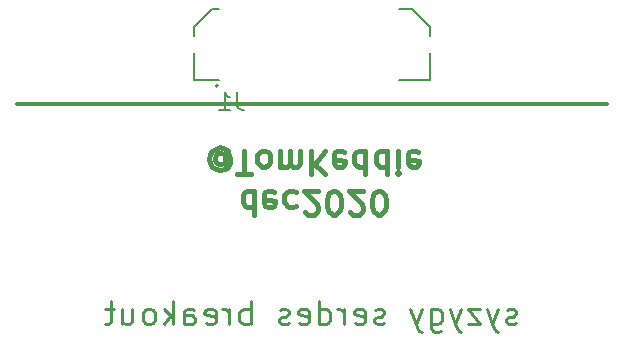
<source format=gbr>
%TF.GenerationSoftware,KiCad,Pcbnew,5.1.7-a382d34a8~88~ubuntu20.04.1*%
%TF.CreationDate,2020-12-12T08:47:46-08:00*%
%TF.ProjectId,syzygy-serdes-breakout,73797a79-6779-42d7-9365-726465732d62,rev?*%
%TF.SameCoordinates,Original*%
%TF.FileFunction,Legend,Bot*%
%TF.FilePolarity,Positive*%
%FSLAX46Y46*%
G04 Gerber Fmt 4.6, Leading zero omitted, Abs format (unit mm)*
G04 Created by KiCad (PCBNEW 5.1.7-a382d34a8~88~ubuntu20.04.1) date 2020-12-12 08:47:46*
%MOMM*%
%LPD*%
G01*
G04 APERTURE LIST*
%ADD10C,0.400000*%
%ADD11C,0.250000*%
%ADD12C,0.300000*%
%ADD13C,0.200000*%
G04 APERTURE END LIST*
D10*
X95104761Y-112395238D02*
X95104761Y-114395238D01*
X95104761Y-112490476D02*
X94914285Y-112395238D01*
X94533333Y-112395238D01*
X94342857Y-112490476D01*
X94247619Y-112585714D01*
X94152380Y-112776190D01*
X94152380Y-113347619D01*
X94247619Y-113538095D01*
X94342857Y-113633333D01*
X94533333Y-113728571D01*
X94914285Y-113728571D01*
X95104761Y-113633333D01*
X96819047Y-112490476D02*
X96628571Y-112395238D01*
X96247619Y-112395238D01*
X96057142Y-112490476D01*
X95961904Y-112680952D01*
X95961904Y-113442857D01*
X96057142Y-113633333D01*
X96247619Y-113728571D01*
X96628571Y-113728571D01*
X96819047Y-113633333D01*
X96914285Y-113442857D01*
X96914285Y-113252380D01*
X95961904Y-113061904D01*
X98628571Y-112490476D02*
X98438095Y-112395238D01*
X98057142Y-112395238D01*
X97866666Y-112490476D01*
X97771428Y-112585714D01*
X97676190Y-112776190D01*
X97676190Y-113347619D01*
X97771428Y-113538095D01*
X97866666Y-113633333D01*
X98057142Y-113728571D01*
X98438095Y-113728571D01*
X98628571Y-113633333D01*
X99390476Y-114204761D02*
X99485714Y-114300000D01*
X99676190Y-114395238D01*
X100152380Y-114395238D01*
X100342857Y-114300000D01*
X100438095Y-114204761D01*
X100533333Y-114014285D01*
X100533333Y-113823809D01*
X100438095Y-113538095D01*
X99295238Y-112395238D01*
X100533333Y-112395238D01*
X101771428Y-114395238D02*
X101961904Y-114395238D01*
X102152380Y-114300000D01*
X102247619Y-114204761D01*
X102342857Y-114014285D01*
X102438095Y-113633333D01*
X102438095Y-113157142D01*
X102342857Y-112776190D01*
X102247619Y-112585714D01*
X102152380Y-112490476D01*
X101961904Y-112395238D01*
X101771428Y-112395238D01*
X101580952Y-112490476D01*
X101485714Y-112585714D01*
X101390476Y-112776190D01*
X101295238Y-113157142D01*
X101295238Y-113633333D01*
X101390476Y-114014285D01*
X101485714Y-114204761D01*
X101580952Y-114300000D01*
X101771428Y-114395238D01*
X103200000Y-114204761D02*
X103295238Y-114300000D01*
X103485714Y-114395238D01*
X103961904Y-114395238D01*
X104152380Y-114300000D01*
X104247619Y-114204761D01*
X104342857Y-114014285D01*
X104342857Y-113823809D01*
X104247619Y-113538095D01*
X103104761Y-112395238D01*
X104342857Y-112395238D01*
X105580952Y-114395238D02*
X105771428Y-114395238D01*
X105961904Y-114300000D01*
X106057142Y-114204761D01*
X106152380Y-114014285D01*
X106247619Y-113633333D01*
X106247619Y-113157142D01*
X106152380Y-112776190D01*
X106057142Y-112585714D01*
X105961904Y-112490476D01*
X105771428Y-112395238D01*
X105580952Y-112395238D01*
X105390476Y-112490476D01*
X105295238Y-112585714D01*
X105200000Y-112776190D01*
X105104761Y-113157142D01*
X105104761Y-113633333D01*
X105200000Y-114014285D01*
X105295238Y-114204761D01*
X105390476Y-114300000D01*
X105580952Y-114395238D01*
X92628571Y-109947619D02*
X92533333Y-110042857D01*
X92342857Y-110138095D01*
X92152380Y-110138095D01*
X91961904Y-110042857D01*
X91866666Y-109947619D01*
X91771428Y-109757142D01*
X91771428Y-109566666D01*
X91866666Y-109376190D01*
X91961904Y-109280952D01*
X92152380Y-109185714D01*
X92342857Y-109185714D01*
X92533333Y-109280952D01*
X92628571Y-109376190D01*
X92628571Y-110138095D02*
X92628571Y-109376190D01*
X92723809Y-109280952D01*
X92819047Y-109280952D01*
X93009523Y-109376190D01*
X93104761Y-109566666D01*
X93104761Y-110042857D01*
X92914285Y-110328571D01*
X92628571Y-110519047D01*
X92247619Y-110614285D01*
X91866666Y-110519047D01*
X91580952Y-110328571D01*
X91390476Y-110042857D01*
X91295238Y-109661904D01*
X91390476Y-109280952D01*
X91580952Y-108995238D01*
X91866666Y-108804761D01*
X92247619Y-108709523D01*
X92628571Y-108804761D01*
X92914285Y-108995238D01*
X93676190Y-110995238D02*
X94819047Y-110995238D01*
X94247619Y-108995238D02*
X94247619Y-110995238D01*
X95771428Y-108995238D02*
X95580952Y-109090476D01*
X95485714Y-109185714D01*
X95390476Y-109376190D01*
X95390476Y-109947619D01*
X95485714Y-110138095D01*
X95580952Y-110233333D01*
X95771428Y-110328571D01*
X96057142Y-110328571D01*
X96247619Y-110233333D01*
X96342857Y-110138095D01*
X96438095Y-109947619D01*
X96438095Y-109376190D01*
X96342857Y-109185714D01*
X96247619Y-109090476D01*
X96057142Y-108995238D01*
X95771428Y-108995238D01*
X97295238Y-108995238D02*
X97295238Y-110328571D01*
X97295238Y-110138095D02*
X97390476Y-110233333D01*
X97580952Y-110328571D01*
X97866666Y-110328571D01*
X98057142Y-110233333D01*
X98152380Y-110042857D01*
X98152380Y-108995238D01*
X98152380Y-110042857D02*
X98247619Y-110233333D01*
X98438095Y-110328571D01*
X98723809Y-110328571D01*
X98914285Y-110233333D01*
X99009523Y-110042857D01*
X99009523Y-108995238D01*
X99961904Y-108995238D02*
X99961904Y-110995238D01*
X101104761Y-108995238D02*
X100247619Y-110138095D01*
X101104761Y-110995238D02*
X99961904Y-109852380D01*
X102723809Y-109090476D02*
X102533333Y-108995238D01*
X102152380Y-108995238D01*
X101961904Y-109090476D01*
X101866666Y-109280952D01*
X101866666Y-110042857D01*
X101961904Y-110233333D01*
X102152380Y-110328571D01*
X102533333Y-110328571D01*
X102723809Y-110233333D01*
X102819047Y-110042857D01*
X102819047Y-109852380D01*
X101866666Y-109661904D01*
X104533333Y-108995238D02*
X104533333Y-110995238D01*
X104533333Y-109090476D02*
X104342857Y-108995238D01*
X103961904Y-108995238D01*
X103771428Y-109090476D01*
X103676190Y-109185714D01*
X103580952Y-109376190D01*
X103580952Y-109947619D01*
X103676190Y-110138095D01*
X103771428Y-110233333D01*
X103961904Y-110328571D01*
X104342857Y-110328571D01*
X104533333Y-110233333D01*
X106342857Y-108995238D02*
X106342857Y-110995238D01*
X106342857Y-109090476D02*
X106152380Y-108995238D01*
X105771428Y-108995238D01*
X105580952Y-109090476D01*
X105485714Y-109185714D01*
X105390476Y-109376190D01*
X105390476Y-109947619D01*
X105485714Y-110138095D01*
X105580952Y-110233333D01*
X105771428Y-110328571D01*
X106152380Y-110328571D01*
X106342857Y-110233333D01*
X107295238Y-108995238D02*
X107295238Y-110328571D01*
X107295238Y-110995238D02*
X107200000Y-110900000D01*
X107295238Y-110804761D01*
X107390476Y-110900000D01*
X107295238Y-110995238D01*
X107295238Y-110804761D01*
X109009523Y-109090476D02*
X108819047Y-108995238D01*
X108438095Y-108995238D01*
X108247619Y-109090476D01*
X108152380Y-109280952D01*
X108152380Y-110042857D01*
X108247619Y-110233333D01*
X108438095Y-110328571D01*
X108819047Y-110328571D01*
X109009523Y-110233333D01*
X109104761Y-110042857D01*
X109104761Y-109852380D01*
X108152380Y-109661904D01*
D11*
X117285714Y-123609523D02*
X117095238Y-123704761D01*
X116714285Y-123704761D01*
X116523809Y-123609523D01*
X116428571Y-123419047D01*
X116428571Y-123323809D01*
X116523809Y-123133333D01*
X116714285Y-123038095D01*
X117000000Y-123038095D01*
X117190476Y-122942857D01*
X117285714Y-122752380D01*
X117285714Y-122657142D01*
X117190476Y-122466666D01*
X117000000Y-122371428D01*
X116714285Y-122371428D01*
X116523809Y-122466666D01*
X115761904Y-122371428D02*
X115285714Y-123704761D01*
X114809523Y-122371428D02*
X115285714Y-123704761D01*
X115476190Y-124180952D01*
X115571428Y-124276190D01*
X115761904Y-124371428D01*
X114238095Y-122371428D02*
X113190476Y-122371428D01*
X114238095Y-123704761D01*
X113190476Y-123704761D01*
X112619047Y-122371428D02*
X112142857Y-123704761D01*
X111666666Y-122371428D02*
X112142857Y-123704761D01*
X112333333Y-124180952D01*
X112428571Y-124276190D01*
X112619047Y-124371428D01*
X110047619Y-122371428D02*
X110047619Y-123990476D01*
X110142857Y-124180952D01*
X110238095Y-124276190D01*
X110428571Y-124371428D01*
X110714285Y-124371428D01*
X110904761Y-124276190D01*
X110047619Y-123609523D02*
X110238095Y-123704761D01*
X110619047Y-123704761D01*
X110809523Y-123609523D01*
X110904761Y-123514285D01*
X111000000Y-123323809D01*
X111000000Y-122752380D01*
X110904761Y-122561904D01*
X110809523Y-122466666D01*
X110619047Y-122371428D01*
X110238095Y-122371428D01*
X110047619Y-122466666D01*
X109285714Y-122371428D02*
X108809523Y-123704761D01*
X108333333Y-122371428D02*
X108809523Y-123704761D01*
X109000000Y-124180952D01*
X109095238Y-124276190D01*
X109285714Y-124371428D01*
X106142857Y-123609523D02*
X105952380Y-123704761D01*
X105571428Y-123704761D01*
X105380952Y-123609523D01*
X105285714Y-123419047D01*
X105285714Y-123323809D01*
X105380952Y-123133333D01*
X105571428Y-123038095D01*
X105857142Y-123038095D01*
X106047619Y-122942857D01*
X106142857Y-122752380D01*
X106142857Y-122657142D01*
X106047619Y-122466666D01*
X105857142Y-122371428D01*
X105571428Y-122371428D01*
X105380952Y-122466666D01*
X103666666Y-123609523D02*
X103857142Y-123704761D01*
X104238095Y-123704761D01*
X104428571Y-123609523D01*
X104523809Y-123419047D01*
X104523809Y-122657142D01*
X104428571Y-122466666D01*
X104238095Y-122371428D01*
X103857142Y-122371428D01*
X103666666Y-122466666D01*
X103571428Y-122657142D01*
X103571428Y-122847619D01*
X104523809Y-123038095D01*
X102714285Y-123704761D02*
X102714285Y-122371428D01*
X102714285Y-122752380D02*
X102619047Y-122561904D01*
X102523809Y-122466666D01*
X102333333Y-122371428D01*
X102142857Y-122371428D01*
X100619047Y-123704761D02*
X100619047Y-121704761D01*
X100619047Y-123609523D02*
X100809523Y-123704761D01*
X101190476Y-123704761D01*
X101380952Y-123609523D01*
X101476190Y-123514285D01*
X101571428Y-123323809D01*
X101571428Y-122752380D01*
X101476190Y-122561904D01*
X101380952Y-122466666D01*
X101190476Y-122371428D01*
X100809523Y-122371428D01*
X100619047Y-122466666D01*
X98904761Y-123609523D02*
X99095238Y-123704761D01*
X99476190Y-123704761D01*
X99666666Y-123609523D01*
X99761904Y-123419047D01*
X99761904Y-122657142D01*
X99666666Y-122466666D01*
X99476190Y-122371428D01*
X99095238Y-122371428D01*
X98904761Y-122466666D01*
X98809523Y-122657142D01*
X98809523Y-122847619D01*
X99761904Y-123038095D01*
X98047619Y-123609523D02*
X97857142Y-123704761D01*
X97476190Y-123704761D01*
X97285714Y-123609523D01*
X97190476Y-123419047D01*
X97190476Y-123323809D01*
X97285714Y-123133333D01*
X97476190Y-123038095D01*
X97761904Y-123038095D01*
X97952380Y-122942857D01*
X98047619Y-122752380D01*
X98047619Y-122657142D01*
X97952380Y-122466666D01*
X97761904Y-122371428D01*
X97476190Y-122371428D01*
X97285714Y-122466666D01*
X94809523Y-123704761D02*
X94809523Y-121704761D01*
X94809523Y-122466666D02*
X94619047Y-122371428D01*
X94238095Y-122371428D01*
X94047619Y-122466666D01*
X93952380Y-122561904D01*
X93857142Y-122752380D01*
X93857142Y-123323809D01*
X93952380Y-123514285D01*
X94047619Y-123609523D01*
X94238095Y-123704761D01*
X94619047Y-123704761D01*
X94809523Y-123609523D01*
X93000000Y-123704761D02*
X93000000Y-122371428D01*
X93000000Y-122752380D02*
X92904761Y-122561904D01*
X92809523Y-122466666D01*
X92619047Y-122371428D01*
X92428571Y-122371428D01*
X91000000Y-123609523D02*
X91190476Y-123704761D01*
X91571428Y-123704761D01*
X91761904Y-123609523D01*
X91857142Y-123419047D01*
X91857142Y-122657142D01*
X91761904Y-122466666D01*
X91571428Y-122371428D01*
X91190476Y-122371428D01*
X91000000Y-122466666D01*
X90904761Y-122657142D01*
X90904761Y-122847619D01*
X91857142Y-123038095D01*
X89190476Y-123704761D02*
X89190476Y-122657142D01*
X89285714Y-122466666D01*
X89476190Y-122371428D01*
X89857142Y-122371428D01*
X90047619Y-122466666D01*
X89190476Y-123609523D02*
X89380952Y-123704761D01*
X89857142Y-123704761D01*
X90047619Y-123609523D01*
X90142857Y-123419047D01*
X90142857Y-123228571D01*
X90047619Y-123038095D01*
X89857142Y-122942857D01*
X89380952Y-122942857D01*
X89190476Y-122847619D01*
X88238095Y-123704761D02*
X88238095Y-121704761D01*
X88047619Y-122942857D02*
X87476190Y-123704761D01*
X87476190Y-122371428D02*
X88238095Y-123133333D01*
X86333333Y-123704761D02*
X86523809Y-123609523D01*
X86619047Y-123514285D01*
X86714285Y-123323809D01*
X86714285Y-122752380D01*
X86619047Y-122561904D01*
X86523809Y-122466666D01*
X86333333Y-122371428D01*
X86047619Y-122371428D01*
X85857142Y-122466666D01*
X85761904Y-122561904D01*
X85666666Y-122752380D01*
X85666666Y-123323809D01*
X85761904Y-123514285D01*
X85857142Y-123609523D01*
X86047619Y-123704761D01*
X86333333Y-123704761D01*
X83952380Y-122371428D02*
X83952380Y-123704761D01*
X84809523Y-122371428D02*
X84809523Y-123419047D01*
X84714285Y-123609523D01*
X84523809Y-123704761D01*
X84238095Y-123704761D01*
X84047619Y-123609523D01*
X83952380Y-123514285D01*
X83285714Y-122371428D02*
X82523809Y-122371428D01*
X83000000Y-121704761D02*
X83000000Y-123419047D01*
X82904761Y-123609523D01*
X82714285Y-123704761D01*
X82523809Y-123704761D01*
D12*
X75000000Y-105000000D02*
X125000000Y-105000000D01*
D13*
%TO.C,J1*%
X92050000Y-103500000D02*
G75*
G03*
X92050000Y-103500000I-100000J0D01*
G01*
X108476000Y-97015000D02*
X107350000Y-97015000D01*
X110000000Y-102985000D02*
X107350000Y-102985000D01*
X110000000Y-98539000D02*
X110000000Y-99300000D01*
X110000000Y-100700000D02*
X110000000Y-102985000D01*
X91524000Y-97015000D02*
X92150000Y-97015000D01*
X90000000Y-102985000D02*
X92150000Y-102985000D01*
X90000000Y-100700000D02*
X90000000Y-102985000D01*
X90000000Y-98539000D02*
X90000000Y-99300000D01*
X110000000Y-98539000D02*
X108476000Y-97015000D01*
X91524000Y-97015000D02*
X90000000Y-98539000D01*
X93675000Y-104053571D02*
X93675000Y-105125000D01*
X93746428Y-105339285D01*
X93889285Y-105482142D01*
X94103571Y-105553571D01*
X94246428Y-105553571D01*
X92175000Y-105553571D02*
X93032142Y-105553571D01*
X92603571Y-105553571D02*
X92603571Y-104053571D01*
X92746428Y-104267857D01*
X92889285Y-104410714D01*
X93032142Y-104482142D01*
%TD*%
M02*

</source>
